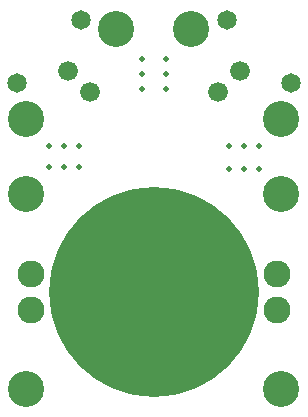
<source format=gts>
G04 #@! TF.FileFunction,Soldermask,Top*
%FSLAX46Y46*%
G04 Gerber Fmt 4.6, Leading zero omitted, Abs format (unit mm)*
G04 Created by KiCad (PCBNEW (2015-08-15 BZR 6092)-product) date 3/22/2016 8:17:34 PM*
%MOMM*%
G01*
G04 APERTURE LIST*
%ADD10C,0.150000*%
%ADD11C,1.651000*%
%ADD12C,1.676400*%
%ADD13C,3.048000*%
%ADD14C,0.508000*%
%ADD15C,2.286000*%
%ADD16C,17.780000*%
G04 APERTURE END LIST*
D10*
D11*
X136044077Y-109065923D03*
X130655923Y-114454077D03*
X153824077Y-114454077D03*
X148435923Y-109065923D03*
D12*
X147691974Y-115198026D03*
X149488026Y-113401974D03*
D13*
X139065000Y-109855000D03*
X131445000Y-117475000D03*
D12*
X136788026Y-115198026D03*
X134991974Y-113401974D03*
D14*
X141224000Y-113665000D03*
X141224000Y-114935000D03*
X141224000Y-112395000D03*
X134620000Y-119761000D03*
X135890000Y-119761000D03*
X133350000Y-119761000D03*
X143256000Y-113665000D03*
X143256000Y-112395000D03*
X143256000Y-114935000D03*
D15*
X131826000Y-133604000D03*
X152654000Y-133604000D03*
X131826000Y-130556000D03*
X152654000Y-130556000D03*
D16*
X142240000Y-132080000D03*
D13*
X153035000Y-123825000D03*
X153035000Y-140335000D03*
X131445000Y-123825000D03*
X131445000Y-140335000D03*
D14*
X134620000Y-121539000D03*
X133350000Y-121539000D03*
X135890000Y-121539000D03*
X149860000Y-121666000D03*
X151130000Y-121666000D03*
X148590000Y-121666000D03*
X149860000Y-119761000D03*
X151130000Y-119761000D03*
X148590000Y-119761000D03*
D13*
X145415000Y-109855000D03*
X153035000Y-117475000D03*
M02*

</source>
